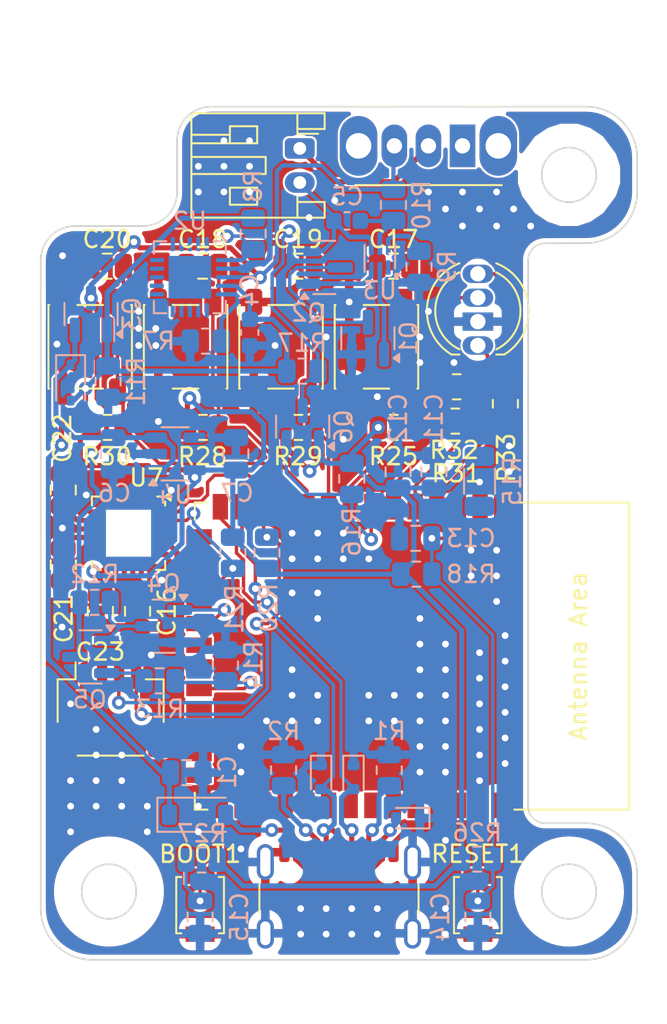
<source format=kicad_pcb>
(kicad_pcb (version 20240108) (generator "pcbnew") (generator_version "8.0")
  (layers (0 "F.Cu" signal) (31 "B.Cu" signal) (34 "B.Paste" user) (35 "F.Paste" user) (36 "B.SilkS" user "B.Silkscreen") (37 "F.SilkS" user "F.Silkscreen") (38 "B.Mask" user) (39 "F.Mask" user) (44 "Edge.Cuts" user))
  (net 0 "")
  (net 1 "BOOT")
  (net 2 "GND")
  (net 3 "Net-(BT1-+)")
  (net 4 "Net-(BT1--)")
  (net 5 "VBUS")
  (net 6 "+3.3V")
  (net 7 "Net-(U3-BAT)")
  (net 8 "Net-(D6-K)")
  (net 9 "CHIP_PU")
  (net 10 "Net-(U7-CPOUT)")
  (net 11 "SW_FN")
  (net 12 "SW_SLT")
  (net 13 "SW_UP")
  (net 14 "SW_DOWN")
  (net 15 "Net-(U7-REGOUT)")
  (net 16 "Net-(U7-VLOGIC)")
  (net 17 "Net-(D1-A2)")
  (net 18 "Net-(D7-RA)")
  (net 19 "Net-(D7-BA)")
  (net 20 "Net-(D7-GA)")
  (net 21 "SDA")
  (net 22 "SCL")
  (net 23 "Net-(Q1-G)")
  (net 24 "Net-(Q1-D)")
  (net 25 "Net-(Q2-G)")
  (net 26 "+BATT")
  (net 27 "Net-(Q4-D)")
  (net 28 "BATT_READ_EN")
  (net 29 "Net-(Q5-S)")
  (net 30 "CHRG_5V")
  (net 31 "CHRG")
  (net 32 "Net-(U2-PROG)")
  (net 33 "Net-(U3-V-)")
  (net 34 "BATT_READ")
  (net 35 "Net-(U5-3V3)")
  (net 36 "LED_RED")
  (net 37 "LED_GREEN")
  (net 38 "LED_BLUE")
  (net 65 "DN")
  (net 66 "DP")
  (net 79 "Net-(J1-CC2)")
  (net 81 "Net-(J1-CC1)")
  (footprint "Button_Switch_SMD:SW_SPST_PTS647_Sx50" (layer "F.Cu") (at 28.75 34.075 90)
    (property "Reference" "SW_SLT1" (hide yes))
    (property "Value" "B3U-1000P")
  )
  (footprint "Resistor_SMD:R_0805_2012Metric" (layer "F.Cu") (at 40.97 38.8 180)
    (property "Reference" "R25")
    (property "Value" "10k")
  )
  (footprint "Resistor_SMD:R_0805_2012Metric" (layer "F.Cu") (at 47.515 37.4125 -90)
    (property "Reference" "R33")
    (property "Value" "10")
  )
  (footprint "Button_Switch_SMD:SW_SPST_PTS647_Sx50" (layer "F.Cu") (at 23.15 34.075 90)
    (property "Reference" "SW_DOWN1" (hide yes))
    (property "Value" "B3U-1000P")
  )
  (footprint "Button_Switch_THT:SW_Slide_SPDT_Angled_CK_OS102011MA1Q" (layer "F.Cu") (at 45 22.3 180)
    (property "Reference" "SW1" (hide yes))
    (property "Value" "SW_SPDT")
  )
  (footprint "Capacitor_SMD:C_0805_2012Metric" (layer "F.Cu") (at 21.57 42.47 90)
    (property "Reference" "C22")
    (property "Value" "10nF/16V")
  )
  (footprint "Sensor_Motion:InvenSense_QFN-24_4x4mm_P0.5mm" (layer "F.Cu") (at 25.4 45 -90)
    (property "Reference" "U7")
    (property "Value" "MPU-6050")
  )
  (footprint "Capacitor_SMD:C_0805_2012Metric" (layer "F.Cu") (at 24.15 29.35)
    (property "Reference" "C20")
    (property "Value" "0.1uF/50V(10%)")
  )
  (footprint "Button_Switch_SMD:SW_SPST_PTS647_Sx50" (layer "F.Cu") (at 39.95 34.075 90)
    (property "Reference" "SW_FN1" (hide yes))
    (property "Value" "B3U-1000P")
  )
  (footprint "Resistor_SMD:R_0805_2012Metric" (layer "F.Cu") (at 29.77 38.8 180)
    (property "Reference" "R28")
    (property "Value" "10k")
  )
  (footprint "Connector_JST:JST_PH_S2B-PH-K_1x02_P2.00mm_Horizontal" (layer "F.Cu") (at 35.45 22.45 -90)
    (property "Reference" "BT1" (hide yes))
    (property "Value" "LiPo 3.7V 600mAh")
  )
  (footprint "MyLibrary:LED_D5.0mm-4_RKGB" (layer "F.Cu") (at 45.9 33.875 90)
    (property "Reference" "D7" (hide yes))
    (property "Value" "LED_RKGB")
  )
  (footprint "Resistor_SMD:R_0805_2012Metric" (layer "F.Cu") (at 24.17 38.8 180)
    (property "Reference" "R30")
    (property "Value" "10k")
  )
  (footprint "Capacitor_SMD:C_0805_2012Metric" (layer "F.Cu") (at 23.75 49.575 -90)
    (property "Reference" "C23")
    (property "Value" "100nF/16V")
  )
  (footprint "Button_Switch_SMD:SW_SPST_PTS647_Sx50" (layer "F.Cu") (at 34.35 34.075 90)
    (property "Reference" "SW_UP1" (hide yes))
    (property "Value" "B3U-1000P")
  )
  (footprint "Capacitor_SMD:C_0805_2012Metric" (layer "F.Cu") (at 21.575 46.85 -90)
    (property "Reference" "C21")
    (property "Value" "100nF/16V")
  )
  (footprint "Capacitor_SMD:C_0805_2012Metric" (layer "F.Cu") (at 29.75 29.35)
    (property "Reference" "C18")
    (property "Value" "0.1uF/50V(10%)")
  )
  (footprint "Button_Switch_SMD:SW_SPST_B3U-1000P" (layer "F.Cu") (at 45.9 66.8 90)
    (property "Reference" "RESET1")
    (property "Value" "B3U-1000P")
  )
  (footprint "Connector_JST:JST_SH_SM04B-SRSS-TB_1x04-1MP_P1.00mm_Horizontal" (layer "F.Cu") (at 24.35 55.35)
    (property "Reference" "J2" (hide yes))
    (property "Value" "JST SH1.0")
  )
  (footprint "Capacitor_SMD:C_0805_2012Metric" (layer "F.Cu") (at 35.35 29.35)
    (property "Reference" "C19")
    (property "Value" "0.1uF/50V(10%)")
  )
  (footprint "Button_Switch_SMD:SW_SPST_B3U-1000P" (layer "F.Cu") (at 29.6 66.8 90)
    (property "Reference" "BOOT1")
    (property "Value" "B3U-1000P")
  )
  (footprint "Resistor_SMD:R_0805_2012Metric" (layer "F.Cu") (at 35.37 38.8 180)
    (property "Reference" "R29")
    (property "Value" "10k")
  )
  (footprint "Capacitor_SMD:C_0805_2012Metric" (layer "F.Cu") (at 25.93 49.575 -90)
    (property "Reference" "C16")
    (property "Value" "2n2F/16V")
  )
  (footprint "Connector_USB:USB_C_Receptacle_GCT_USB4105-xx-A_16P_TopMnt_Horizontal" (layer "F.Cu") (at 37.75 67.375)
    (property "Reference" "J1" (hide yes))
    (property "Value" "USB_C_Receptacle_USB2.0_16P")
  )
  (footprint "Resistor_SMD:R_0805_2012Metric" (layer "F.Cu") (at 44.6625 36.42)
    (property "Reference" "R32")
    (property "Value" "33")
  )
  (footprint "Resistor_SMD:R_0805_2012Metric" (layer "F.Cu") (at 44.5775 38.43 180)
    (property "Reference" "R31")
    (property "Value" "150")
  )
  (footprint "Capacitor_SMD:C_0805_2012Metric" (layer "F.Cu") (at 40.95 29.35)
    (property "Reference" "C17")
    (property "Value" "0.1uF/50V(10%)")
  )
  (footprint "PCM_Espressif:ESP32-S3-WROOM-1" (layer "F.Cu") (at 39.04 52.2 -90)
    (property "Reference" "U5" (hide yes))
    (property "Value" "ESP32-S3-WROOM-1")
  )
  (footprint "Package_TO_SOT_SMD:SOT-23" (layer "B.Cu") (at 23.2 32.1625 90)
    (property "Reference" "Q3")
    (property "Value" "AO3401A")
  )
  (footprint "Package_TO_SOT_SMD:SOT-23" (layer "B.Cu") (at 35.62 38.75 90)
    (property "Reference" "Q6")
    (property "Value" "BSS138")
  )
  (footprint "Resistor_SMD:R_0805_2012Metric" (layer "B.Cu") (at 40.946708 25.763955 90)
    (property "Reference" "R10")
    (property "Value" "330")
  )
  (footprint "Package_TO_SOT_SMD:SOT-23" (layer "B.Cu") (at 27.4625 50.45 180)
    (property "Reference" "Q4")
    (property "Value" "AO3400A")
  )
  (footprint "Package_DFN_QFN:QFN-20-1EP_4x4mm_P0.5mm_EP2.5x2.5mm" (layer "B.Cu") (at 29 30 180)
    (property "Reference" "U2")
    (property "Value" "MCP73831")
  )
  (footprint "Capacitor_SMD:C_0603_1608Metric" (layer "B.Cu") (at 38.225 26.7 180)
    (property "Reference" "C5")
    (property "Value" "0.1uF/16V")
  )
  (footprint "Resistor_SMD:R_0805_2012Metric" (layer "B.Cu") (at 33.519687 46.147499 90)
    (property "Reference" "R20")
    (property "Value" "2k2")
  )
  (footprint "Capacitor_SMD:C_0805_2012Metric" (layer "B.Cu") (at 42.25 45.3 180)
    (property "Reference" "C13")
    (property "Value" "1uF/16V(10%)")
  )
  (footprint "Package_TO_SOT_SMD:SOT-23" (layer "B.Cu") (at 23.175 52.25 180)
    (property "Reference" "Q5")
    (property "Value" "AO3401A")
  )
  (footprint "Capacitor_SMD:C_0805_2012Metric" (layer "B.Cu") (at 41.220926 41.3994 90)
    (property "Reference" "C12")
    (property "Value" "100nF/50V(10%)")
  )
  (footprint "Resistor_SMD:R_0805_2012Metric" (layer "B.Cu") (at 29.6875 64.15)
    (property "Reference" "R27")
    (property "Value" "10k")
  )
  (footprint "Resistor_SMD:R_0805_2012Metric" (layer "B.Cu") (at 32.7125 27.45 -90)
    (property "Reference" "R8")
    (property "Value" "2k")
  )
  (footprint "Resistor_SMD:R_0805_2012Metric" (layer "B.Cu") (at 38.5 41.8125 90)
    (property "Reference" "R16")
    (property "Value" "10k")
  )
  (footprint "Resistor_SMD:R_0805_2012Metric" (layer "B.Cu") (at 23.4125 49.05 180)
    (property "Reference" "R12")
    (property "Value" "10k")
  )
  (footprint "Package_TO_SOT_SMD:SOT-23" (layer "B.Cu") (at 39.446708 33.576455 90)
    (property "Reference" "Q1")
    (property "Value" "AO3400A")
  )
  (footprint "Resistor_SMD:R_0805_2012Metric" (layer "B.Cu") (at 35.6 35.5 180)
    (property "Reference" "R17")
    (property "Value" "10k")
  )
  (footprint "Resistor_SMD:R_0805_2012Metric" (layer "B.Cu") (at 40.7 58.8875 -90)
    (property "Reference" "R1")
    (property "Value" "5k1")
  )
  (footprint "Package_SON:WSON-6_1.5x1.5mm_P0.5mm" (layer "B.Cu") (at 40.146708 28.901455 90)
    (property "Reference" "U3")
    (property "Value" "BQ297xy")
  )
  (footprint "Diode_SMD:D_SOD-323" (layer "B.Cu") (at 22 36.175 -90)
    (property "Reference" "D6" (hide yes))
    (property "Value" "BAT20J")
  )
  (footprint "Capacitor_SMD:C_0805_2012Metric" (layer "B.Cu") (at 45.9 67.5 90)
    (property "Reference" "C14")
    (property "Value" "0.1uF/50V(10%)")
  )
  (footprint "Capacitor_SMD:C_0805_2012Metric" (layer "B.Cu") (at 31.7 40.35 90)
    (property "Reference" "C7")
    (property "Value" "1uF/16V")
  )
  (footprint "Package_TO_SOT_SMD:SOT-23" (layer "B.Cu") (at 36.891423 29.425062)
    (property "Reference" "Q2")
    (property "Value" "AO3400A")
  )
  (footprint "Resistor_SMD:R_0805_2012Metric" (layer "B.Cu") (at 29.932612 33.741702 180)
    (property "Reference" "R7")
    (property "Value" "2k")
  )
  (footprint "Capacitor_SMD:C_0805_2012Metric" (layer "B.Cu") (at 43.320926 41.3994 90)
    (property "Reference" "C11")
    (property "Value" "10uF/25V")
  )
  (footprint "Capacitor_SMD:C_0805_2012Metric" (layer "B.Cu") (at 28.818627 59.030962)
    (property "Reference" "C1")
    (property "Value" "10uF/16V")
  )
  (footprint "Resistor_SMD:R_1206_3216Metric" (layer "B.Cu") (at 46 41.9625 -90)
    (property "Reference" "R15")
    (property "Value" "0")
  )
  (footprint "Diode_SMD:D_SOD-523" (layer "B.Cu") (at 38.6 59.3 -90)
    (property "Reference" "D3" (hide yes))
    (property "Value" "LESD5D5.0CT1G")
  )
  (footprint "Capacitor_SMD:C_0805_2012Metric" (layer "B.Cu") (at 29.6 67.5 90)
    (property "Reference" "C15")
    (property "Value" "0.1uF/50V(10%)")
  )
  (footprint "Diode_SMD:D_SOD-123" (layer "B.Cu") (at 29.45 61.5)
    (property "Reference" "D4" (hide yes))
    (property "Value" "1N5819")
  )
  (footprint "Resistor_SMD:R_0805_2012Metric" (layer "B.Cu") (at 31.09 52.7425 90)
    (property "Reference" "R14")
    (property "Value" "22k")
  )
  (footprint "Resistor_SMD:R_0805_2012Metric" (layer "B.Cu") (at 31.519687 46.147499 90)
    (property "Reference" "R21")
    (property "Value" "2k2")
  )
  (footprint "Capacitor_SMD:C_0805_2012Metric" (layer "B.Cu") (at 24.5 40.35 -90)
    (property "Reference" "C6")
    (property "Value" "1uF/16V")
  )
  (footprint "Resistor_SMD:R_0805_2012Metric" (layer "B.Cu") (at 42.2875 47.4 180)
    (property "Reference" "R18")
    (property "Value" "10k")
  )
  (footprint "Package_TO_SOT_SMD:SOT-23-5" (layer "B.Cu") (at 28.1375 40.35)
    (property "Reference" "U4")
    (property "Value" "AP2112K-3.3")
  )
  (footprint "Capacitor_SMD:C_0603_1608Metric" (layer "B.Cu") (at 32.5125 33.2375 -90)
    (property "Reference" "C4")
    (property "Value" "1uF/16V(10%)")
  )
  (footprint "Diode_SMD:D_SOD-523" (layer "B.Cu") (at 36.7 59.3 -90)
    (property "Reference" "D2" (hide yes))
    (property "Value" "LESD5D5.0CT1G")
  )
  (footprint "Resistor_SMD:R_0805_2012Metric" (layer "B.Cu") (at 42.446708 29.388955 90)
    (property "Reference" "R9")
    (property "Value" "2k2")
  )
  (footprint "Resistor_SMD:R_0805_2012Metric" (layer "B.Cu") (at 45.8625 64.1 180)
    (property "Reference" "R26")
    (property "Value" "10k")
  )
  (footprint "Resistor_SMD:R_0805_2012Metric" (layer "B.Cu") (at 27.225 53.65)
    (property "Reference" "R13")
    (property "Value" "6k")
  )
  (footprint "Diode_SMD:D_SOD-523" (layer "B.Cu") (at 41.8 61.7 180)
    (property "Reference" "D1" (hide yes))
    (property "Value" "LESD5D5.0CT1G")
  )
  (footprint "Resistor_SMD:R_0805_2012Metric" (layer "B.Cu") (at 34.5 58.8875 -90)
    (property "Reference" "R2")
    (property "Value" "5k1")
  )
  (footprint "Resistor_SMD:R_0805_2012Metric" (layer "B.Cu") (at 24.2 36.1125 90)
    (property "Reference" "R11")
    (property "Value" "10k")
  )
  (gr_circle (center 51.25 24) (end 52.85 24) (stroke (width 0.1)) (fill none) (layer "Edge.Cuts"))
  (gr_line (start 20.25 29) (end 20.25 67) (stroke (width 0.1)) (layer "Edge.Cuts"))
  (gr_arc (start 52.25 20) (mid 54.37132 20.87868) (end 55.25 23) (stroke (width 0.1)) (layer "Edge.Cuts"))
  (gr_arc (start 55.25 25) (mid 54.37132 27.12132) (end 52.25 28) (stroke (width 0.1)) (layer "Edge.Cuts"))
  (gr_arc (start 20.25 29) (mid 20.835786 27.585786) (end 22.25 27) (stroke (width 0.1)) (layer "Edge.Cuts"))
  (gr_arc (start 23.25 70) (mid 21.12868 69.12132) (end 20.25 67) (stroke (width 0.1)) (layer "Edge.Cuts"))
  (gr_arc (start 49.85 62) (mid 49.142893 61.707107) (end 48.85 61) (stroke (width 0.1)) (layer "Edge.Cuts"))
  (gr_line (start 23.25 70) (end 52.25 70) (stroke (width 0.1)) (layer "Edge.Cuts"))
  (gr_line (start 26.25 27) (end 22.25 27) (stroke (width 0.1)) (layer "Edge.Cuts"))
  (gr_circle (center 51.25 66) (end 52.85 66) (stroke (width 0.1)) (fill none) (layer "Edge.Cuts"))
  (gr_line (start 55.25 65) (end 55.25 67) (stroke (width 0.1)) (layer "Edge.Cuts"))
  (gr_arc (start 28.25 22) (mid 28.835786 20.585786) (end 30.25 20) (stroke (width 0.1)) (layer "Edge.Cuts"))
  (gr_arc (start 52.25 62) (mid 54.37132 62.87868) (end 55.25 65) (stroke (width 0.1)) (layer "Edge.Cuts"))
  (gr_line (start 28.25 22) (end 28.25 25) (stroke (width 0.1)) (layer "Edge.Cuts"))
  (gr_line (start 48.85 29.007107) (end 48.85 61) (stroke (width 0.1)) (layer "Edge.Cuts"))
  (gr_line (start 49.85 28.007107) (end 52.25 28) (stroke (width 0.1)) (layer "Edge.Cuts"))
  (gr_line (start 49.85 62) (end 52.25 62) (stroke (width 0.1)) (layer "Edge.Cuts"))
  (gr_line (start 55.25 23) (end 55.25 25) (stroke (width 0.1)) (layer "Edge.Cuts"))
  (gr_arc (start 48.85 29.007107) (mid 49.142893 28.3) (end 49.85 28.007107) (stroke (width 0.1)) (layer "Edge.Cuts"))
  (gr_line (start 52.25 20) (end 30.25 20) (stroke (width 0.1)) (layer "Edge.Cuts"))
  (gr_circle (center 24.25 66) (end 22.65 66) (stroke (width 0.1)) (fill none) (layer "Edge.Cuts"))
  (gr_arc (start 55.25 67) (mid 54.37132 69.12132) (end 52.25 70) (stroke (width 0.1)) (layer "Edge.Cuts"))
  (gr_arc (start 28.25 25) (mid 27.664214 26.414214) (end 26.25 27) (stroke (width 0.1)) (layer "Edge.Cuts"))
  (segment (start 30.79 63.91) (end 29.6 65.1) (width 0.2) (layer "F.Cu") (net 1))
  (segment (start 29.6 65.1) (end 29.6 66.55) (width 0.2) (layer "F.Cu") (net 1))
  (segment (start 30.79 60.95) (end 30.79 63.91) (width 0.2) (layer "F.Cu") (net 1))
  (via (at 29.6 66.55) (size 0.8) (drill 0.4) (layers "F.Cu" "B.Cu") (net 1))
  (segment (start 29.6 66.55) (end 28.775 65.725) (width 0.2) (layer "B.Cu") (net 1))
  (segment (start 28.775 65.725) (end 28.775 64.15) (width 0.2) (layer "B.Cu") (net 1))
  (segment (start 41.771669 62.34) (end 42.15 62.34) (width 0.3) (layer "F.Cu") (net 2))
  (segment (start 41.060835 63.050834) (end 41.771669 62.34) (width 0.3) (layer "F.Cu") (net 2))
  (segment (start 23.45 45.75) (end 22.87 45.75) (width 0.3) (layer "F.Cu") (net 2))
  (segment (start 22.87 45.75) (end 22.65 45.97) (width 0.3) (layer "F.Cu") (net 2))
  (segment (start 22.65 46.725) (end 21.575 47.8) (width 0.3) (layer "F.Cu") (net 2))
  (segment (start 22.65 45.97) (end 22.65 46.725) (width 0.3) (layer "F.Cu") (net 2))
  (segment (start 40.95 63.161669) (end 41.060835 63.050834) (width 0.3) (layer "F.Cu") (net 2))
  (segment (start 40.95 63.695) (end 40.95 63.161669) (width 0.3) (layer "F.Cu") (net 2))
  (via (at 44 53) (size 0.8) (drill 0.4) (layers "F.Cu" "B.Cu") (net 2))
  (via (at 46 58) (size 0.8) (drill 0.4) (layers "F.Cu" "B.Cu") (net 2))
  (via (at 47 25) (size 0.8) (drill 0.4) (layers "F.Cu" "B.Cu") (net 2))
  (via (at 35 54.5) (size 0.8) (drill 0.4) (layers "F.Cu" "B.Cu") (net 2))
  (via (at 42.5 54.5) (size 0.8) (drill 0.4) (layers "F.Cu" "B.Cu") (net 2))
  (via (at 36 26.5) (size 0.8) (drill 0.4) (layers "F.Cu" "B.Cu") (net 2))
  (via (at 38 45) (size 0.8) (drill 0.4) (layers "F.Cu" "B.Cu") (net 2))
  (via (at 34 34) (size 0.8) (drill 0.4) (layers "F.Cu" "B.Cu") (net 2))
  (via (at 31 22) (size 0.8) (drill 0.4) (layers "F.Cu" "B.Cu") (net 2))
  (via (at 22 59.5) (size 0.8) (drill 0.4) (layers "F.Cu" "B.Cu") (net 2))
  (via (at 32.5 25) (size 0.8) (drill 0.4) (layers "F.Cu" "B.Cu") (net 2))
  (via (at 27 34) (size 0.8) (drill 0.4) (layers "F.Cu" "B.Cu") (net 2))
  (via (at 25 58) (size 0.8) (drill 0.4) (layers "F.Cu" "B.Cu") (net 2))
  (via (at 25 59.5) (size 0.8) (drill 0.4) (layers "F.Cu" "B.Cu") (net 2))
  (via (at 43 25) (size 0.8) (drill 0.4) (layers "F.Cu" "B.Cu") (net 2))
  (via (at 27.91 42.48) (size 0.8) (drill 0.4) (layers "F.Cu" "B.Cu") (net 2))
  (via (at 22 62.5) (size 0.8) (drill 0.4) (layers "F.Cu" "B.Cu") (net 2))
  (via (at 42.5 56) (size 0.8) (drill 0.4) (layers "F.Cu" "B.Cu") (net 2))
  (via (at 26 33) (size 0.8) (drill 0.4) (layers "F.Cu" "B.Cu") (net 2))
  (via (at 44 57.5) (size 0.8) (drill 0.4) (layers "F.Cu" "B.Cu") (net 2))
  (via (at 32 57.5) (size 0.8) (drill 0.4) (layers "F.Cu" "B.Cu") (net 2))
  (via (at 35.5 67) (size 0.8) (drill 0.4) (layers "F.Cu" "B.Cu") (net 2))
  (via (at 47.74 39.89) (size 0.8) (drill 0.4) (layers "F.Cu" "B.Cu") (net 2))
  (via (at 35 46.5) (size 0.8) (drill 0.4) (layers "F.Cu" "B.Cu") (net 2))
  (via (at 42.5 51.5) (size 0.8) (drill 0.4) (layers "F.Cu" "B.Cu") (net 2))
  (via (at 38.5 68.5) (size 0.8) (drill 0.4) (layers "F.Cu" "B.Cu") (net 2))
  (via (at 47.5 57) (size 0.8) (drill 0.4) (layers "F.Cu" "B.Cu") (net 2))
  (via (at 42.5 57.5) (size 0.8) (drill 0.4) (layers "F.Cu" "B.Cu") (net 2))
  (via (at 45.5 47.5) (size 0.8) (drill 0.4) (layers "F.Cu" "B.Cu") (net 2))
  (via (at 26 32) (size 0.8) (drill 0.4) (layers "F.Cu" "B.Cu") (net 2))
  (via (at 44 26) (size 0.8) (drill 0.4) (layers "F.Cu" "B.Cu") (net 2))
  (via (at 32.5 23.5) (size 0.8) (drill 0.4) (layers "F.Cu" "B.Cu") (net 2))
  (via (at 46 53.5) (size 0.8) (drill 0.4) (layers "F.Cu" "B.Cu") (net 2))
  (via (at 47.74 41.39) (size 0.8) (drill 0.4) (layers "F.Cu" "B.Cu") (net 2))
  (via (at 22 61) (size 0.8) (drill 0.4) (layers "F.Cu" "B.Cu") (net 2))
  (via (at 33.5 56) (size 0.8) (drill 0.4) (layers "F.Cu" "B.Cu") (net 2))
  (via (at 35 53) (size 0.8) (drill 0.4) (layers "F.Cu" "B.Cu") (net 2))
  (via (at 38 39.5) (size 0.8) (drill 0.4) (layers "F.Cu" "B.Cu") (net 2))
  (via (at 23.5 61) (size 0.8) (drill 0.4) (layers "F.Cu" "B.Cu") (net 2))
  (via (at 32 59) (size 0.8) (drill 0.4) (layers "F.Cu" "B.Cu") (net 2))
  (via (at 36.5 46.5) (size 0.8) (drill 0.4) (layers "F.Cu" "B.Cu") (net 2))
  (via (at 47.5 51) (size 0.8) (drill 0.4) (layers "F.Cu" "B.Cu") (net 2))
  (via (at 40 67) (size 0.8) (drill 0.4) (layers "F.Cu" "B.Cu") (net 2))
  (via (at 47 47.5) (size 0.8) (drill 0.4) (layers "F.Cu" "B.Cu") (net 2))
  (via (at 39.5 46.5) (size 0.8) (drill 0.4) (layers "F.Cu" "B.Cu") (net 2))
  (via (at 40 37) (size 0.8) (drill 0.4) (layers "F.Cu" "B.Cu") (net 2))
  (via (at 22 55) (size 0.8) (drill 0.4) (layers "F.Cu" "B.Cu") (net 2))
  (via (at 35 45) (size 0.8) (drill 0.4) (layers "F.Cu" "B.Cu") (net 2))
  (via (at 36.5 54.5) (size 0.8) (drill 0.4) (layers "F.Cu" "B.Cu") (net 2))
  (via (at 23.5 56.5) (size 0.8) (drill 0.4) (layers "F.Cu" "B.Cu") (net 2))
  (via (at 25 61) (size 0.8) (drill 0.4) (layers "F.Cu" "B.Cu") (net 2))
  (via (at 31 23.5) (size 0.8) (drill 0.4) (layers "F.Cu" "B.Cu") (net 2))
  (via (at 44 56) (size 0.8) (drill 0.4) (layers "F.Cu" "B.Cu") (net 2))
  (via (at 26.73 52.14) (size 0.8) (drill 0.4) (layers "F.Cu" "B.Cu") (net 2))
  (via (at 44 63) (size 0.8) (drill 0.4) (layers "F.Cu" "B.Cu") (net 2))
  (via (at 44 51.5) (size 0.8) (drill 0.4) (layers "F.Cu" "B.Cu") (net 2))
  (via (at 21.5 50.5) (size 0.8) (drill 0.4) (layers "F.Cu" "B.Cu") (net 2))
  (via (at 39.5 54.5) (size 0.8) (drill 0.4) (layers "F.Cu" "B.Cu") (net 2))
  (via (at 46 59.5) (size 0.8) (drill 0.4) (layers "F.Cu" "B.Cu") (net 2))
  (via (at 42.5 33.5) (size 0.8) (drill 0.4) (layers "F.Cu" "B.Cu") (net 2))
  (via (at 41 54.5) (size 0.8) (drill 0.4) (layers "F.Cu" "B.Cu") (net 2))
  (via (at 45.5 46) (size 0.8) (drill 0.4) (layers "F.Cu" "B.Cu") (net 2))
  (via (at 21.2 33.92) (size 0.8) (drill 0.4) (layers "F.Cu" "B.Cu") (net 2))
  (via (at 29.5 25) (size 0.8) (drill 0.4) (layers "F.Cu" "B.Cu") (net 2))
  (via (at 32.5 22) (size 0.8) (drill 0.4) (layers "F.Cu" "B.Cu") (net 2))
  (via (at 42.5 53) (size 0.8) (drill 0.4) (layers "F.Cu" "B.Cu") (net 2))
  (via (at 35 48.5) (size 0.8) (drill 0.4) (layers "F.Cu" "B.Cu") (net 2))
  (via (at 40 68.5) (size 0.8) (drill 0.4) (layers "F.Cu" "B.Cu") (net 2))
  (via (at 47.5 58.5) (size 0.8) (drill 0.4) (layers "F.Cu" "B.Cu") (net 2))
  (via (at 29.5 62.5) (size 0.8) (drill 0.4) (layers "F.Cu" "B.Cu") (net 2))
  (via (at 45 27) (size 0.8) (drill 0.4) (layers "F.Cu" "B.Cu") (net 2))
  (via (at 36.5 48.5) (size 0.8) (drill 0.4) (layers "F.Cu" "B.Cu") (net 2))
  (via (at 45 25) (size 0.8) (drill 0.4) (layers "F.Cu" "B.Cu") (net 2))
  (via (at 46 52) (size 0.8) (drill 0.4) (layers "F.Cu" "B.Cu") (net 2))
  (via (at 31 25) (size 0.8) (drill 0.4) (layers "F.Cu" "B.Cu") (net 2))
  (via (at 47 49) (size 0.8) (drill 0.4) (layers "F.Cu" "B.Cu") (net 2))
  (via (at 21.53 28.74) (size 0.8) (drill 0.4) (layers "F.Cu" "B.Cu") (net 2))
  (via (at 29.5 23.5) (size 0.8) (drill 0.4) (layers "F.Cu" "B.Cu") (net 2))
  (via (at 27.35 47.75) (size 0.8) (drill 0.4) (layers "F.Cu" "B.Cu") (net 2))
  (via (at 47 46) (size 0.8) (drill 0.4) (layers "F.Cu" "B.Cu") (net 2))
  (via (at 47.5 52.5) (size 0.8) (drill 0.4) (layers "F.Cu" "B.Cu") (net 2))
  (via (at 43 32) (size 0.8) (drill 0.4) (layers "F.Cu" "B.Cu") (net 2))
  (via (at 44 54.5) (size 0.8) (drill 0.4) (layers "F.Cu" "B.Cu") (net 2))
  (via (at 23.5 59.5) (size 0.8) (drill 0.4) (layers "F.Cu" "B.Cu") (net 2))
  (via (at 26 34) (size 0.8) (drill 0.4) (layers "F.Cu" "B.Cu") (net 2))
  (via (at 26.5 61) (size 0.8) (drill 0.4) (layers "F.Cu" "B.Cu") (net 2))
  (via (at 37.5 25.5) (size 0.8) (drill 0.4) (layers "F.Cu" "B.Cu") (net 2))
  (via (at 46 42) (size 0.8) (drill 0.4) (layers "F.Cu" "B.Cu") (net 2))
  (via (at 35.5 68.5) (size 0.8) (drill 0.4) (layers "F.Cu" "B.Cu") (net 2))
  (via (at 27 33) (size 0.8) (drill 0.4) (layers "F.Cu" "B.Cu") (net 2))
  (via (at 46 55) (size 0.8) (drill 0.4) (layers "F.Cu" "B.Cu") (net 2))
  (via (at 26.5 62.5) (size 0.8) (drill 0.4) (layers "F.Cu" "B.Cu") (net 2))
  (via (at 42.5 35) (size 0.8) (drill 0.4) (layers "F.Cu" "B.Cu") (net 2))
  (via (at 36.5 45) (size 0.8) (drill 0.4) (layers "F.Cu" "B.Cu") (net 2))
  (via (at 41 56) (size 0.8) (drill 0.4) (layers "F.Cu" "B.Cu") (net 2))
  (via (at 36.5 56) (size 0.8) (drill 0.4) (layers "F.Cu" "B.Cu") (net 2))
  (via (at 27.15 38.45) (size 0.8) (drill 0.4) (layers "F.Cu" "B.Cu") (net 2))
  (via (at 49 27) (size 0.8) (drill 0.4) (layers "F.Cu" "B.Cu") (net 2))
  (via (at 44 68.5) (size 0.8) (drill 0.4) (layers "F.Cu" "B.Cu") (net 2))
  (via (at 46 56.5) (size 0.8) (drill 0.4) (layers "F.Cu" "B.Cu") (net 2))
  (via (at 47.5 55.5) (size 0.8) (drill 0.4) (layers "F.Cu" "B.Cu") (net 2))
  (via (at 44 59) (size 0.8) (drill 0.4) (layers "F.Cu" "B.Cu") (net 2))
  (via (at 32 63.5) (size 0.8) (drill 0.4) (layers "F.Cu" "B.Cu") (net 2))
  (via (at 39.5 56) (size 0.8) (drill 0.4) (layers "F.Cu" "B.Cu") (net 2))
  (via (at 42.5 59) (size 0.8) (drill 0.4) (layers "F.Cu" "B.Cu") (net 2))
  (via (at 42.5 50) (size 0.8) (drill 0.4) (layers "F.Cu" "B.Cu") (net 2))
  (via (at 22.92 42.76) (size 0.8) (drill 0.4) (layers "F.Cu" "B.Cu") (net 2))
  (via (at 47.5 54) (size 0.8) (drill 0.4) (layers "F.Cu" "B.Cu") (net 2))
  (via (at 38 46.5) (size 0.8) (drill 0.4) (layers "F.Cu" "B.Cu") (net 2))
  (via (at 21.52 44.7) (size 0.8) (drill 0.4) (layers "F.Cu" "B.Cu") (net 2))
  (via (at 36.5 50) (size 0.8) (drill 0.4) (layers "F.Cu" "B.Cu") (net 2))
  (via (at 29.5 61) (size 0.8) (drill 0.4) (layers "F.Cu" "B.Cu") (net 2))
  (via (at 48 26) (size 0.8) (drill 0.4) (layers "F.Cu" "B.Cu") (net 2))
  (via (at 35 56) (size 0.8) (drill 0.4) (layers "F.Cu" "B.Cu") (net 2))
  (via (at 44 67) (size 0.8) (drill 0.4) (layers "F.Cu" "B.Cu") (net 2))
  (via (at 37 33.5) (size 0.8) (drill 0.4) (layers "F.Cu" "B.Cu") (net 2))
  (via (at 37 68.5) (size 0.8) (drill 0.4) (layers "F.Cu" "B.Cu") (net 2))
  (via (at 38.5 67) (size 0.8) (drill 0.4) (layers "F.Cu" "B.Cu") (net 2))
  (via (at 44.5 35) (size 0.8) (drill 0.4) (layers "F.Cu" "B.Cu") (net 2))
  (via (at 46 26) (size 0.8) (drill 0.4) (layers "F.Cu" "B.Cu") (net 2))
  (via (at 23.5 58) (size 0.8) (drill 0.4) (layers "F.Cu" "B.Cu") (net 2))
  (via (at 47 27) (size 0.8) (drill 0.4) (layers "F.Cu" "B.Cu") (net 2))
  (via (at 38.35 31.45) (size 0.8) (drill 0.4) (layers "F.Cu" "B.Cu") (net 2))
  (via (at 37 67) (size 0.8) (drill 0.4) (layers "F.Cu" "B.Cu") (net 2))
  (segment (start 40.955635 24.4) (end 43 22.355635) (width 0.3) (layer "F.Cu") (net 3))
  (segment (start 43 22.355635) (end 43 22.3) (width 0.3) (layer "F.Cu") (net 3))
  (segment (start 37.4 24.4) (end 40.955635 24.4) (width 0.3) (layer "F.Cu") (net 3))
  (segment (start 35.45 22.45) (end 37.4 24.4) (width 0.3) (layer "F.Cu") (net 3))
  (segment (start 37.45 27.82) (end 37.45 26.7) (width 0.25) (layer "B.Cu") (net 4))
  (segment (start 39.646708 28.326455) (end 39.646708 27.796708) (width 0.28) (layer "B.Cu") (net 4))
  (segment (start 39.646708 27.796708) (end 39.49 27.64) (width 0.28) (layer "B.Cu") (net 4))
  (segment (start 39.49 27.64) (end 38.39 27.64) (width 0.28) (layer "B.Cu") (net 4))
  (segment (start 35.953923 28.475062) (end 36.794938 28.475062) (width 0.25) (layer "B.Cu") (net 4))
  (segment (start 38.39 27.64) (end 37.45 26.7) (width 0.28) (layer "B.Cu") (net 4))
  (segment (start 37.45 26.45) (end 37.45 26.7) (width 0.25) (layer "B.Cu") (net 4))
  (segment (start 35.45 24.45) (end 37.45 26.45) (width 0.25) (layer "B.Cu") (net 4))
  (segment (start 36.794938 28.475062) (end 37.45 27.82) (width 0.25) (layer "B.Cu") (net 4))
  (segment (start 22.88 37.2) (end 22.88 36.52) (width 0.3) (layer "F.Cu") (net 5))
  (segment (start 21.47 39.83) (end 21.47 38.61) (width 0.3) (layer "F.Cu") (net 5))
  (segment (start 21.47 38.61) (end 22.88 37.2) (width 0.3) (layer "F.Cu") (net 5))
  (via (at 21.47 39.83) (size 0.8) (drill 0.4) (layers "F.Cu" "B.Cu") (net 5))
  (via (at 22.88 36.52) (size 0.8) (drill 0.4) (layers "F.Cu" "B.Cu") (net 5))
  (segment (start 32.7125 26.5375) (end 28.527404 26.5375) (width 0.3) (layer "B.Cu") (net 5))
  (segment (start 20.7 40.6) (end 20.7 52.362335) (width 0.3) (layer "B.Cu") (net 5))
  (segment (start 22.175 37.225) (end 24.2 35.2) (width 0.3) (layer "B.Cu") (net 5))
  (segment (start 27.368627 59.030962) (end 27.868627 59.030962) (width 0.3) (layer "B.Cu") (net 5))
  (segment (start 34.6875 35.5) (end 34.6875 33.2875) (width 0.3) (layer "B.Cu") (net 5))
  (segment (start 22 37.225) (end 22.175 37.225) (width 0.3) (layer "B.Cu") (net 5))
  (segment (start 32.5125 32.4625) (end 32.5125 31.299342) (width 0.25) (layer "B.Cu") (net 5))
  (segment (start 31.713158 30.5) (end 30.9375 30.5) (width 0.25) (layer "B.Cu") (net 5))
  (segment (start 24.15 33.1) (end 24.15 35.15) (width 0.3) (layer "B.Cu") (net 5))
  (segment (start 24.5 35.5) (end 24.2 35.2) (width 0.3) (layer "B.Cu") (net 5))
  (segment (start 24.15 35.15) (end 24.2 35.2) (width 0.3) (layer "B.Cu") (net 5))
  (segment (start 27.8 59.099589) (end 27.868627 59.030962) (width 0.3) (layer "B.Cu") (net 5))
  (segment (start 24.15 30.914904) (end 24.15 33.1) (width 0.3) (layer "B.Cu") (net 5))
  (segment (start 33.8625 32.4625) (end 32.5125 32.4625) (width 0.3) (layer "B.Cu") (net 5))
  (segment (start 27.8 61.5) (end 27.8 59.099589) (width 0.3) (layer "B.Cu") (net 5))
  (segment (start 21.47 39.83) (end 20.7 40.6) (width 0.3) (layer "B.Cu") (net 5))
  (segment (start 34.6875 33.2875) (end 33.8625 32.4625) (width 0.3) (layer "B.Cu") (net 5))
  (segment (start 34.6875 35.5) (end 24.5 35.5) (width 0.3) (layer "B.Cu") (net 5))
  (segment (start 32.5125 31.299342) (end 31.713158 30.5) (width 0.25) (layer "B.Cu") (net 5))
  (segment (start 20.7 52.362335) (end 27.368627 59.030962) (width 0.3) (layer "B.Cu") (net 5))
  (segment (start 28.527404 26.5375) (end 24.15 30.914904) (width 0.3) (layer "B.Cu") (net 5))
  (segment (start 28.8575 38.8) (end 28.8575 37.2025) (width 0.3) (layer "F.Cu") (net 6))
  (segment (start 36.03 41.36) (end 34.4575 39.7875) (width 0.3) (layer "F.Cu") (net 6))
  (segment (start 34.4575 39.7875) (end 34.4575 38.8) (width 0.3) (layer "F.Cu") (net 6))
  (segment (start 22.969646 41.04) (end 22.571312 40.641666) (width 0.3) (layer "F.Cu") (net 6))
  (segment (start 23.32 47.24) (end 23.86 47.24) (width 0.3) (layer "F.Cu") (net 6))
  (segment (start 22.571312 40.641666) (end 22.571312 39.486188) (width 0.3) (layer "F.Cu") (net 6))
  (segment (start 22.85 53.35) (end 22.85 51.98) (width 0.3) (layer "F.Cu") (net 6))
  (segment (start 22.85 51.98) (end 22.675 51.805) (width 0.3) (layer "F.Cu") (net 6))
  (segment (start 22.675 51.805) (end 22.675 49.7) (width 0.3) (layer "F.Cu") (net 6))
  (segment (start 22.571312 39.486188) (end 23.2575 38.8) (width 0.3) (layer "F.Cu") (net 6))
  (segment (start 28.847 41.287) (end 26.807 41.287) (width 0.3) (layer "F.Cu") (net 6))
  (segment (start 23.32 47.24) (end 23.75 47.67) (width 0.3) (layer "F.Cu") (net 6))
  (segment (start 22.675 49.7) (end 23.75 48.625) (width 0.3) (layer "F.Cu") (net 6))
  (segment (start 26.56 41.04) (end 22.969646 41.04) (width 0.3) (layer "F.Cu") (net 6))
  (segment (start 26.807 41.287) (end 26.56 41.04) (width 0.3) (layer "F.Cu") (net 6))
  (segment (start 23.86 47.24) (end 24.15 46.95) (width 0.3) (layer "F.Cu") (net 6))
  (segment (start 23.75 47.67) (end 23.75 48.625) (width 0.3) (layer "F.Cu") (net 6))
  (segment (start 29.29 41.73) (end 28.847 41.287) (width 0.3) (layer "F.Cu") (net 6))
  (segment (start 28.8575 37.2025) (end 28.98 37.08) (width 0.3) (layer "F.Cu") (net 6))
  (via (at 40.0575 38.8) (size 0.8) (drill 0.4) (layers "F.Cu" "B.Cu") (net 6))
  (via (at 36.03 41.36) (size 0.8) (drill 0.4) (layers "F.Cu" "B.Cu") (net 6))
  (via (at 29.29 41.73) (size 0.8) (drill 0.4) (layers "F.Cu" "B.Cu") (net 6))
  (via (at 28.98 37.08) (size 0.8) (drill 0.4) (layers "F.Cu" "B.Cu") (net 6))
  (via (at 23.32 47.24) (size 0.8) (drill 0.4) (layers "F.Cu" "B.Cu") (net 6))
  (segment (start 33.859688 47.4) (end 33.519687 47.059999) (width 0.3) (layer "B.Cu") (net 6))
  (segment (start 44.95 50.717956) (end 41.632044 47.4) (width 0.3) (layer "B.Cu") (net 6))
  (segment (start 37.06 40.9) (end 36.57 40.41) (width 0.3) (layer "B.Cu") (net 6))
  (segment (start 32.6 37.88) (end 33.33 38.61) (width 0.3) (layer "B.Cu") (net 6))
  (segment (start 29.29 42.061666) (end 28.54 42.811666) (width 0.3) (layer "B.Cu") (net 6))
  (segment (start 31.519687 41.480313) (end 31.7 41.3) (width 0.3) (layer "B.Cu") (net 6))
  (segment (start 42.15 43.278474) (end 41.220926 42.3494) (width 0.3) (layer "B.Cu") (net 6))
  (segment (start 44.1506 42.3494) (end 46 40.5) (width 0.3) (layer "B.Cu") (net 6))
  (segment (start 36.57 40.41) (end 36.57 39.6875) (width 0.3) (layer "B.Cu") (net 6))
  (segment (start 33.519687 47.059999) (end 33.344687 47.059999) (width 0.3) (layer "B.Cu") (net 6))
  (segment (start 33.33 38.61) (end 33.33 40.58) (width 0.3) (layer "B.Cu") (net 6))
  (segment (start 38.5 40.3575) (end 40.0575 38.8) (width 0.3) (layer "B.Cu") (net 6))
  (segment (start 29.29 41.315) (end 29.275 41.3) (width 0.3) (layer "B.Cu") (net 6))
  (segment (start 36.57 40.82) (end 36.03 41.36) (width 0.3) (layer "B.Cu") (net 6))
  (segment (start 29.275 41.3) (end 31.7 41.3) (width 0.3) (layer "B.Cu") (net 6))
  (segment (start 41.220926 42.3494) (end 39.9494 42.3494) (width 0.3) (layer "B.Cu") (net 6))
  (segment (start 36.57 39.6875) (end 36.57 40.82) (width 0.3) (layer "B.Cu") (net 6))
  (segment (start 41.220926 42.3494) (end 43.320926 42.3494) (width 0.3) (layer "B.Cu") (net 6))
  (segment (start 28.98 37.08) (end 29.78 37.88) (width 0.3) (layer "B.Cu") (net 6))
  (segment (start 39.9494 42.3494) (end 38.5 40.9) (width 0.3) (layer "B.Cu") (net 6))
  (segment (start 32.61 41.3) (end 31.7 41.3) (width 0.3) (layer "B.Cu") (net 6))
  (segment (start 26.62 47.5) (end 23.58 47.5) (width 0.3) (layer "B.Cu") (net 6))
  (segment (start 29.78 37.88) (end 32.6 37.88) (width 0.3) (layer "B.Cu") (net 6))
  (segment (start 42.15 46.625) (end 42.15 43.278474) (width 0.3) (layer "B.Cu") (net 6))
  (segment (start 31.519687 45.234999) (end 31.519687 41.480313) (width 0.3) (layer "B.Cu") (net 6))
  (segment (start 41.375 47.4) (end 33.859688 47.4) (width 0.3) (layer "B.Cu") (net 6))
  (segment (start 44.95 64.1) (end 44.95 50.717956) (width 0.3) (layer "B.Cu") (net 6))
  (segment (start 28.54 45.58) (end 26.62 47.5) (width 0.3) (layer "B.Cu") (net 6))
  (segment (start 38.5 40.9) (end 38.5 40.3575) (width 0.3) (layer "B.Cu") (net 6))
  (segment (start 29.29 41.73) (end 29.29 41.315) (width 0.3) (layer "B.Cu") (net 6))
  (segment (start 41.632044 47.4) (end 41.375 47.4) (width 0.3) (layer "B.Cu") (net 6))
  (segment (start 28.54 42.811666) (end 28.54 45.58) (width 0.3) (layer "B.Cu") (net 6))
  (segment (start 38.5 40.9) (end 37.06 40.9) (width 0.3) (layer "B.Cu") (net 6))
  (segment (start 41.375 47.4) (end 42.15 46.625) (width 0.3) (layer "B.Cu") (net 6))
  (segment (start 29.29 41.73) (end 29.29 42.061666) (width 0.3) (layer "B.Cu") (net 6))
  (segment (start 33.33 40.58) (end 32.61 41.3) (width 0.3) (layer "B.Cu") (net 6))
  (segment (start 44.95 64.1) (end 43.38 65.67) (width 0.3) (layer "B.Cu") (net 6))
  (segment (start 23.58 47.5) (end 23.32 47.24) (width 0.3) (layer "B.Cu") (net 6))
  (segment (start 43.38 65.67) (end 32.12 65.67) (width 0.3) (layer "B.Cu") (net 6))
  (segment (start 43.320926 42.3494) (end 44.1506 42.3494) (width 0.3) (layer "B.Cu") (net 6))
  (segment (start 32.12 65.67) (end 30.6 64.15) (width 0.3) (layer "B.Cu") (net 6))
  (segment (start 33.344687 47.059999) (end 31.519687 45.234999) (width 0.3) (layer "B.Cu") (net 6))
  (segment (start 39 26.7) (end 40.923163 26.7) (width 0.25) (layer "B.Cu") (net 7))
  (segment (start 40.146708 28.326455) (end 40.146708 27.476455) (width 0.28) (layer "B.Cu") (net 7))
  (segment (start 40.146708 27.476455) (end 40.946708 26.676455) (width 0.28) (layer "B.Cu") (net 7))
  (segment (start 40.923163 26.7) (end 40.946708 26.676455) (width 0.25) (layer "B.Cu") (net 7))
  (segment (start 27 41.3) (end 27.423762 41.3) (width 0.3) (layer "B.Cu") (net 8))
  (segment (start 22.21 39.4) (end 24.5 39.4) (width 0.3) (layer "B.Cu") (net 8))
  (segment (start 21.14 35.985) (end 21.14 38.33) (width 0.3) (layer "B.Cu") (net 8))
  (segment (start 28.0125 39.988738) (end 27.423762 39.4) (width 0.3) (layer "B.Cu") (net 8))
  (segment (start 22.25 34.875) (end 22 35.125) (width 0.3) (layer "B.Cu") (net 8))
  (segment (start 27.423762 41.3) (end 28.0125 40.711262) (width 0.3) (layer "B.Cu") (net 8))
  (segment (start 21.14 38.33) (end 22.21 39.4) (width 0.3) (layer "B.Cu") (net 8))
  (segment (start 22 35.125) (end 21.14 35.985) (width 0.3) (layer "B.Cu") (net 8))
  (segment (start 22.25 33.1) (end 22.25 34.875) (width 0.3) (layer "B.Cu") (net 8))
  (segment (start 28.0125 40.711262) (end 28.0125 39.988738) (width 0.3) (layer "B.Cu") (net 8))
  (segment (start 27 39.4) (end 24.5 39.4) (width 0.3) (layer "B.Cu") (net 8))
  (segment (start 27.423762 39.4) (end 27 39.4) (width 0.3) (layer "B.Cu") (net 8))
  (segment (start 44.76 44.4) (end 43.86 45.3) (width 0.2) (layer "F.Cu") (net 9))
  (segment (start 43.86 45.3) (end 43.2 45.3) (width 0.2) (layer "F.Cu") (net 9))
  (segment (start 45.9 65.1) (end 45.9 66.55) (width 0.2) (layer "F.Cu") (net 9))
  (segment (start 44.76 43.45) (end 44.76 44.4) (width 0.2) (layer "F.Cu") (net 9))
  (via (at 43.2 45.3) (size 0.8) (drill 0.4) (layers "F.Cu" "B.Cu") (net 9))
  (via (at 45.9 66.55) (size 0.8) (drill 0.4) (layers "F.Cu" "B.Cu") (net 9))
  (segment (start 43.2 47.4) (end 43.2 45.3) (width 0.2) (layer "B.Cu") (net 9))
  (segment (start 46.775 64.1) (end 46.775 50.975) (width 0.2) (layer "B.Cu") (net 9))
  (segment (start 46.775 65.675) (end 46.775 64.1) (width 0.2) (layer "B.Cu") (net 9))
  (segment (start 45.9 66.55) (end 46.775 65.675) (width 0.2) (layer "B.Cu") (net 9))
  (segment (start 46.775 50.975) (end 43.2 47.4) (width 0.2) (layer "B.Cu") (net 9))
  (segment (start 28.24 46.11188) (end 28.24 47.87) (width 0.3) (layer "F.Cu") (net 10))
  (segment (start 27.87812 45.75) (end 28.24 46.11188) (width 0.3) (layer "F.Cu") (net 10))
  (segment (start 28.24 47.87) (end 27.485 48.625) (width 0.3) (layer "F.Cu") (net 10))
  (segment (start 27.485 48.625) (end 25.93 48.625) (width 0.3) (layer "F.Cu") (net 10))
  (segment (start 27.35 45.75) (end 27.87812 45.75) (width 0.3) (layer "F.Cu") (net 10))
  (segment (start 41.8825 37.0325) (end 41.55 36.7) (width 0.2) (layer "F.Cu") (net 11))
  (segment (start 38.41 43.45) (end 38.41 42.2725) (width 0.2) (layer "F.Cu") (net 11))
  (segment (start 41.8825 38.8) (end 41.8825 37.0325) (width 0.2) (layer "F.Cu") (net 11))
  (segment (start 38.41 42.2725) (end 41.8825 38.8) (width 0.2) (layer "F.Cu") (net 11))
  (segment (start 41.55 31.45) (end 41.55 36.7) (width 0.2) (layer "F.Cu") (net 11))
  (segment (start 41.9 29.35) (end 41.9 31.1) (width 0.2) (layer "F.Cu") (net 11))
  (segment (start 41.9 31.1) (end 41.55 31.45) (width 0.2) (layer "F.Cu") (net 11))
  (segment (start 35.87 43.45) (end 35.87 42.5) (width 0.2) (layer "F.Cu") (net 12))
  (segment (start 35.87 42.5) (end 32.17 38.8) (width 0.2) (layer "F.Cu") (net 12))
  (segment (start 30.35 31.45) (end 30.35 36.7) (width 0.2) (layer "F.Cu") (net 12))
  (segment (start 30.7 31.1) (end 30.35 31.45) (width 0.2) (layer "F.Cu") (net 12))
  (segment (start 30.6825 37.0325) (end 30.35 36.7) (width 0.2) (layer "F.Cu") (net 12))
  (segment (start 32.17 38.8) (end 30.6825 38.8) (width 0.2) (layer "F.Cu") (net 12))
  (segment (start 30.7 29.35) (end 30.7 31.1) (width 0.2) (layer "F.Cu") (net 12))
  (segment (start 30.6825 38.8) (end 30.6825 37.0325) (width 0.2) (layer "F.Cu") (net 12))
  (segment (start 36.3 29.35) (end 36.3 31.1) (width 0.2) (layer "F.Cu") (net 13))
  (segment (start 35.95 31.45) (end 35.95 36.7) (width 0.2) (layer "F.Cu") (net 13))
  (segment (start 37.14 39.6575) (end 36.2825 38.8) (width 0.2) (layer "F.Cu") (net 13))
  (segment (start 37.14 43.45) (end 37.14 39.6575) (width 0.2) (layer "F.Cu") (net 13))
  (segment (start 36.2825 37.0325) (end 35.95 36.7) (width 0.2) (layer "F.Cu") (net 13))
  (segment (start 36.2825 38.8) (end 36.2825 37.0325) (width 0.2) (layer "F.Cu") (net 13))
  (segment (start 36.3 31.1) (end 35.95 31.45) (width 0.2) (layer "F.Cu") (net 13))
  (segment (start 25.1 29.35) (end 25.1 31.1) (width 0.2) (layer "F.Cu") (net 14))
  (segment (start 25.0825 38.8) (end 25.0825 37.0325) (width 0.2) (layer "F.Cu") (net 14))
  (segment (start 33.37 40.91) (end 27.1925 40.91) (width 0.2) (layer "F.Cu") (net 14))
  (segment (start 34.6 43.45) (end 34.6 42.14) (width 0.2) (layer "F.Cu") (net 14))
  (segment (start 27.1925 40.91) (end 25.0825 38.8) (width 0.2) (layer "F.Cu") (net 14))
  (segment (start 25.1 31.1) (end 24.75 31.45) (width 0.2) (layer "F.Cu") (net 14))
  (segment (start 25.0825 37.0325) (end 24.75 36.7) (width 0.2) (layer "F.Cu") (net 14))
  (segment (start 24.75 36.7) (end 24.75 31.45) (width 0.2) (layer "F.Cu") (net 14))
  (segment (start 34.6 42.14) (end 33.37 40.91) (width 0.2) (layer "F.Cu") (net 14))
  (segment (start 23.45 45.25) (end 22.225 45.25) (width 0.3) (layer "F.Cu") (net 15))
  (segment (start 22.225 45.25) (end 21.575 45.9) (width 0.3) (layer "F.Cu") (net 15))
  (segment (start 22.4 44.25) (end 21.57 43.42) (width 0.28) (layer "F.Cu") (net 16))
  (segment (start 23.45 44.25) (end 22.4 44.25) (width 0.28) (layer "F.Cu") (net 16))
  (segment (start 34.629999 62.4) (end 35.35 63.120001) (width 0.3) (layer "F.Cu") (net 17))
  (segment (start 40.750003 62.4) (end 40.750003 62.519998) (width 0.3) (layer "F.Cu") (net 17))
  (segment (start 39.32612 65.047) (end 36.17388 65.047) (width 0.3) (layer "F.Cu") (net 17))
  (segment (start 35.35 63.120001) (end 35.35 63.695) (width 0.3) (layer "F.Cu") (net 17))
  (segment (start 40.15 63.120001) (end 40.15 63.695) (width 0.3) (layer "F.Cu") (net 17))
  (segment (start 40.750003 62.519998) (end 40.15 63.120001) (width 0.3) (layer "F.Cu") (net 17))
  (segment (start 35.35 64.22312) (end 35.35 63.695) (width 0.3) (layer "F.Cu") (net 17))
  (segment (start 40.15 63.695) (end 40.15 64.22312) (width 0.3) (layer "F.Cu") (net 17))
  (segment (start 33.8 62.4) (end 34.629999 62.4) (width 0.3) (layer "F.Cu") (net 17))
  (segment (start 36.17388 65.047) (end 35.35 64.22312) (width 0.3) (layer "F.Cu") (net 17))
  (segment (start 40.15 64.22312) (end 39.32612 65.047) (width 0.3) (layer "F.Cu") (net 17))
  (via (at 33.8 62.4) (size 0.8) (drill 0.4) (layers "F.Cu" "B.Cu") (net 17))
  (via (at 40.750003 62.4) (size 0.8) (drill 0.4) (layers "F.Cu" "B.Cu") (net 17))
  (segment (start 32 62.4) (end 31.1 61.5) (width 0.3) (layer "B.Cu") (net 17))
  (segment (start 33.8 62.4) (end 32 62.4) (width 0.3) (layer "B.Cu") (net 17))
  (segment (start 41.1 62.050003) (end 41.1 61.7) (width 0.3) (layer "B.Cu") (net 17))
  (segment (start 40.750003 62.4) (end 41.1 62.050003) (width 0.3) (layer "B.Cu") (net 17))
  (segment (start 46.46 34.56) (end 45.9 34) (width 0.2) (layer "F.Cu") (net 18))
  (segment (start 45.49 38.43) (end 46.46 37.46) (width 0.2) (layer "F.Cu") (net 18))
  (segment (start 46.46 37.46) (end 46.46 34.56) (width 0.2) (layer "F.Cu") (net 18))
  (segment (start 46.86 29.8) (end 45.9 29.8) (width 0.2) (layer "F.Cu") (net 19))
  (segment (start 47.515 30.455) (end 46.86 29.8) (width 0.2) (layer "F.Cu") (net 19))
  (segment (start 47.515 36.5) (end 47.515 30.455) (width 0.2) (layer "F.Cu") (net 19))
  (segment (start 43.75 32.16) (end 44.71 31.2) (width 0.2) (layer "F.Cu") (net 20))
  (segment (start 43.75 36.42) (end 43.75 32.16) (width 0.2) (layer "F.Cu") (net 20))
  (segment (start 44.71 31.2) (end 45.9 31.2) (width 0.2) (layer "F.Cu") (net 20))
  (segment (start 32.92 50.3) (end 33.58 50.3) (width 0.2) (layer "F.Cu") (net 21))
  (segment (start 34.24 49.64) (end 34.24 45.63) (width 0.2) (layer "F.Cu") (net 21))
  (segment (start 33.58 50.3) (end 34.24 49.64) (width 0.2) (layer "F.Cu") (net 21))
  (segment (start 34.24 45.63) (end 33.844999 45.234999) (width 0.2) (layer "F.Cu") (net 21))
  (segment (start 33.33 45.045312) (end 33.519687 45.234999) (width 0.2) (layer "F.Cu") (net 21))
  (segment (start 25.85 53.35) (end 25.85 55.3) (width 0.2) (layer "F.Cu") (net 21))
  (segment (start 33.844999 45.234999) (end 33.519687 45.234999) (width 0.2) (layer "F.Cu") (net 21))
  (segment (start 30.04 42.01) (end 30.45 41.6) (width 0.2) (layer "F.Cu") (net 21))
  (segment (start 27.35 43.75) (end 28.31 43.75) (width 0.2) (layer "F.Cu") (net 21))
  (segment (start 30.04 42.76) (end 30.04 42.01) (width 0.2) (layer "F.Cu") (net 21))
  (segment (start 32.44 41.6) (end 33.33 42.49) (width 0.2) (layer "F.Cu") (net 21))
  (segment (start 29.67 43.13) (end 30.04 42.76) (width 0.2) (layer "F.Cu") (net 21))
  (segment (start 33.33 43.45) (end 33.33 45.045312) (width 0.2) (layer "F.Cu") (net 21))
  (segment (start 25.85 55.3) (end 26.16 55.61) (width 0.2) (layer "F.Cu") (net 21))
  (segment (start 30.45 41.6) (end 32.44 41.6) (width 0.2) (layer "F.Cu") (net 21))
  (segment (start 28.31 43.75) (end 28.93 43.13) (width 0.2) (layer "F.Cu") (net 21))
  (segment (start 28.93 43.13) (end 29.67 43.13) (width 0.2) (layer "F.Cu") (net 21))
  (segment (start 33.33 42.49) (end 33.33 43.45) (width 0.2) (layer "F.Cu") (net 21))
  (via (at 32.92 50.3) (size 0.8) (drill 0.4) (layers "F.Cu" "B.Cu") (net 21))
  (via (at 33.519687 45.234999) (size 0.8) (drill 0.4) (layers "F.Cu" "B.Cu") (net 21))
  (via (at 26.16 55.61) (size 0.8) (drill 0.4) (layers "F.Cu" "B.Cu") (net 21))
  (segment (start 32.92 50.3) (end 33.547 50.927) (width 0.2) (layer "B.Cu") (net 21))
  (segment (start 33.547 50.927) (end 33.547 54.116403) (width 0.2) (layer "B.Cu") (net 21))
  (segment (start 32.053403 55.61) (end 26.16 55.61) (width 0.2) (layer "B.Cu") (net 21))
  (segment (start 33.547 54.116403) (end 32.053403 55.61) (width 0.2) (layer "B.Cu") (net 21))
  (segment (start 30.824686 47.755) (end 31.519687 47.059999) (width 0.2) (layer "F.Cu") (net 22))
  (segment (start 24.83 54.93) (end 24.83 53.37) (width 0.2) (layer "F.Cu") (net 22))
  (segment (start 29.54 47.755) (end 30.824686 47.755) (width 0.2) (layer "F.Cu") (net 22))
  (segment (start 27.35 44.25) (end 28.81 44.25) (width 0.2) (layer "F.Cu") (net 22))
  (segment (start 24.83 53.37) (end 24.85 53.35) (width 0.2) (layer "F.Cu") (net 22))
  (segment (start 28.81 44.25) (end 29.22 43.84) (width 0.2) (layer "F.Cu") (net 22))
  (via (at 31.519687 47.059999) (size 0.8) (drill 0.4) (layers "F.Cu" "B.Cu") (net 22))
  (via (at 24.83 54.93) (size 0.8) (drill 0.4) (layers "F.Cu" "B.Cu") (net 22))
  (via (at 29.22 43.84) (size 0.8) (drill 0.4) (layers "F.Cu" "B.Cu") (net 22))
  (segment (start 29.22 44.432556) (end 31.519687 46.732243) (width 0.2) (layer "B.Cu") (net 22))
  (segment (start 32 49.18) (end 32 50.49) (width 0.2) (layer "B.Cu") (net 22))
  (segment (start 31.519687 47.059999) (end 31.519687 48.699687) (width 0.2) (layer "B.Cu") (net 22))
  (segment (start 32.270955 54.93) (end 24.83 54.93) (width 0.2) (layer "B.Cu") (net 22))
  (segment (start 33.22 51.71) (end 33.22 53.980955) (width 0.2) (layer "B.Cu") (net 22))
  (segment (start 33.22 53.980955) (end 32.270955 54.93) (width 0.2) (layer "B.Cu") (net 22))
  (segment (start 31.519687 48.699687) (end 32 49.18) (width 0.2) (layer "B.Cu") (net 22))
  (segment (start 31.519687 46.732243) (end 31.519687 47.059999) (width 0.2) (layer "B.Cu") (net 22))
  (segment (start 32 50.49) (end 33.22 51.71) (width 0.2) (layer "B.Cu") (net 22))
  (segment (start 29.22 43.84) (end 29.22 44.432556) (width 0.2) (layer "B.Cu") (net 22))
  (segment (start 40.396708 31.676708) (end 40.146708 31.426708) (width 0.28) (layer "B.Cu") (net 23))
  (segment (start 40.396708 34.513955) (end 40.396708 31.676708) (width 0.28) (layer "B.Cu") (net 23))
  (segment (start 40.146708 31.426708) (end 40.146708 29.476455) (width 0.28) (layer "B.Cu") (net 23))
  (segment (start 35.274938 29.425062) (end 34.86 29.84) (width 0.2) (layer "B.Cu") (net 24))
  (segment (start 36.788955 32.638955) (end 39.446708 32.638955) (width 0.2) (layer "B.Cu") (net 24))
  (segment (start 34.86 29.84) (end 34.86 30.71) (width 0.2) (layer "B.Cu") (net 24))
  (segment (start 34.86 30.71) (end 36.788955 32.638955) (width 0.2) (layer "B.Cu") (net 24))
  (segment (start 37.828923 29.425062) (end 35.274938 29.425062) (width 0.2) (layer "B.Cu") (net 24))
  (segment (start 39.646708 29.933223) (end 39.204869 30.375062) (width 0.28) (layer "B.Cu") (net 25))
  (segment (start 39.204869 30.375062) (end 35.953923 30.375062) (width 0.28) (layer "B.Cu") (net 25))
  (segment (start 39.646708 29.476455) (end 39.646708 29.933223) (width 0.28) (layer "B.Cu") (net 25))
  (segment (start 23.55 31.575) (end 23.2 31.225) (width 0.28) (layer "F.Cu") (net 26))
  (segment (start 33.12 30.01) (end 31.385 28.275) (width 0.3) (layer "F.Cu") (net 26))
  (segment (start 31.385 28.275) (end 26.065 28.275) (width 0.3) (layer "F.Cu") (net 26))
  (segment (start 23.55 37.116312) (end 23.55 31.575) (width 0.28) (layer "F.Cu") (net 26))
  (segment (start 26.065 28.275) (end 25.72 27.93) (width 0.3) (layer "F.Cu") (net 26))
  (segment (start 23.251312 40.36) (end 24.11 39.501312) (width 0.28) (layer "F.Cu") (net 26))
  (segment (start 24.11 39.501312) (end 24.11 37.676312) (width 0.28) (layer "F.Cu") (net 26))
  (segment (start 24.11 37.676312) (end 23.55 37.116312) (width 0.28) (layer "F.Cu") (net 26))
  (via (at 23.251312 40.36) (size 0.8) (drill 0.4) (layers "F.Cu" "B.Cu") (net 26))
  (via (at 33.12 30.01) (size 0.8) (drill 0.4) (layers "F.Cu" "B.Cu") (net 26))
  (via (at 23.2 31.225) (size 0.8) (drill 0.4) (layers "F.Cu" "B.Cu") (net 26))
  (via (at 25.72 27.93) (size 0.8) (drill 0.4) (layers "F.Cu" "B.Cu") (net 26))
  (segment (start 23.59 42.482476) (end 23.59 43.037524) (width 0.28) (layer "B.Cu") (net 26))
  (segment (start 23.2 31.225) (end 23.2 30.45) (width 0.3) (layer "B.Cu") (net 26))
  (segment (start 22.5 49.05) (end 22.5 51.9875) (width 0.3) (layer "B.Cu") (net 26))
  (segment (start 22.5 44.127524) (end 22.5 49.05) (width 0.28) (layer "B.Cu") (net 26))
  (segment (start 40.946708 22.353292) (end 41 22.3) (width 0.25) (layer "B.Cu") (net 26))
  (segment (start 34.44 23.45) (end 36.73 23.45) (width 0.25) (layer "B.Cu") (net 26))
  (segment (start 38.131455 24.851455) (end 40.946708 24.851455) (width 0.25) (layer "B.Cu") (net 26))
  (segment (start 23.2 30.45) (end 25.72 27.93) (width 0.3) (layer "B.Cu") (net 26))
  (segment (start 40.946708 24.851455) (end 40.946708 22.353292) (width 0.25) (layer "B.Cu") (net 26))
  (segment (start 23.59 43.037524) (end 22.5 44.127524) (width 0.28) (layer "B.Cu") (net 26))
  (segment (start 33.12 30.01) (end 34.11 29.02) (width 0.25) (layer "B.Cu") (net 26))
  (segment (start 33.12 30.01) (end 33.11 30) (width 0.25) (layer "B.Cu") (net 26))
  (segment (start 23.251312 42.143788) (end 23.59 42.482476) (width 0.28) (layer "B.Cu") (net 26))
  (segment (start 33.11 30) (end 30.9375 30) (width 0.25) (layer "B.Cu") (net 26))
  (segment (start 36.73 23.45) (end 38.131455 24.851455) (width 0.25) (layer "B.Cu") (net 26))
  (segment (start 34.11 23.78) (end 34.44 23.45) (width 0.25) (layer "B.Cu") (net 26))
  (segment (start 22.5 51.9875) (end 22.2375 52.25) (width 0.3) (layer "B.Cu") (net 26))
  (segment (start 34.11 29.02) (end 34.11 23.78) (width 0.25) (layer "B.Cu") (net 26))
  (segment (start 23.251312 40.36) (end 23.251312 42.143788) (width 0.28) (layer "B.Cu") (net 26))
  (segment (start 24.3 49.075) (end 24.325 49.05) (width 0.2) (layer "B.Cu") (net 27))
  (segment (start 26.525 50.45) (end 25.16 50.45) (width 0.2) (layer "B.Cu") (net 27))
  (segment (start 25.16 50.45) (end 24.9625 50.45) (width 0.2) (layer "B.Cu") (net 27))
  (segment (start 25.16 50.45) (end 24.64 50.45) (width 0.2) (layer "B.Cu") (net 27))
  (segment (start 24.64 50.45) (end 24.3 50.11) (width 0.2) (layer "B.Cu") (net 27))
  (segment (start 24.3 50.11) (end 24.3 49.075) (width 0.2) (layer "B.Cu") (net 27))
  (segment (start 24.9625 50.45) (end 24.1125 51.3) (width 0.2) (layer "B.Cu") (net 27))
  (segment (start 30.215 50.295) (end 29.54 50.295) (width 0.2) (layer "F.Cu") (net 28))
  (segment (start 31.02 49.49) (end 30.215 50.295) (width 0.2) (layer "F.Cu") (net 28))
  (via (at 31.02 49.49) (size 0.8) (drill 0.4) (layers "F.Cu" "B.Cu") (net 28))
  (segment (start 31.01 49.5) (end 28.4 49.5) (width 0.2) (layer "B.Cu") (net 28))
  (segment (start 31.02 49.49) (end 31.01 49.5) (width 0.2) (layer "B.Cu") (net 28))
  (segment (start 25.8625 53.2) (end 26.3125 53.65) (width 0.2) (layer "B.Cu") (net 29))
  (segment (start 24.1125 53.2) (end 25.8625 53.2) (width 0.2) (layer "B.Cu") (net 29))
  (segment (start 31.19 27.59) (end 34.09 27.59) (width 0.2) (layer "F.Cu") (net 30))
  (segment (start 34.38 27.3) (end 34.83 27.3) (width 0.2) (layer "F.Cu") (net 30))
  (segment (start 34.09 27.59) (end 34.38 27.3) (width 0.2) (layer "F.Cu") (net 30))
  (via (at 31.19 27.59) (size 0.8) (drill 0.4) (layers "F.Cu" "B.Cu") (net 30))
  (via (at 34.83 27.3) (size 0.8) (drill 0.4) (layers "F.Cu" "B.Cu") (net 30))
  (segment (start 35.62 36.3925) (end 36.5125 35.5) (width 0.2) (layer "B.Cu") (net 30))
  (segment (start 36.5125 35.5) (end 36.5125 34.4925) (width 0.2) (layer "B.Cu") (net 30))
  (segment (start 32.075 29) (end 32.7125 28.3625) (width 0.25) (layer "B.Cu") (net 30))
  (segment (start 35.62 37.8125) (end 35.62 36.3925) (width 0.2) (layer "B.Cu") (net 30))
  (segment (start 31.94 27.59) (end 32.7125 28.3625) (width 0.2) (layer "B.Cu") (net 30))
  (segment (start 34.462 29.165804) (end 34.462 27.668) (width 0.2) (layer "B.Cu") (net 30))
  (segment (start 33.83 29.797804) (end 34.462 29.165804) (width 0.2) (layer "B.Cu") (net 30))
  (segment (start 30.9375 29) (end 32.075 29) (width 0.25) (layer "B.Cu") (net 30))
  (segment (start 36.5125 34.4925) (end 33.83 31.81) (width 0.2) (layer "B.Cu") (net 30))
  (segment (start 34.462 27.668) (end 34.83 27.3) (width 0.2) (layer "B.Cu") (net 30))
  (segment (start 33.83 31.81) (end 33.83 29.797804) (width 0.2) (layer "B.Cu") (net 30))
  (segment (start 31.19 27.59) (end 31.94 27.59) (width 0.2) (layer "B.Cu") (net 30))
  (segment (start 39.64 43.49) (end 39.68 43.45) (width 0.2) (layer "F.Cu") (net 31))
  (segment (start 39.64 45.36) (end 39.64 43.49) (width 0.2) (layer "F.Cu") (net 31))
  (via (at 39.64 45.36) (size 0.8) (drill 0.4) (layers "F.Cu" "B.Cu") (net 31))
  (segment (start 38.5 44.22) (end 39.64 45.36) (width 0.2) (layer "B.Cu") (net 31))
  (segment (start 34.67 39.6875) (end 34.67 41.46) (width 0.2) (layer "B.Cu") (net 31))
  (segment (start 38.5 42.725) (end 38.5 44.22) (width 0.2) (layer "B.Cu") (net 31))
  (segment (start 35.935 42.725) (end 38.5 42.725) (width 0.2) (layer "B.Cu") (net 31))
  (segment (start 34.67 41.46) (end 35.935 42.725) (width 0.2) (layer "B.Cu") (net 31))
  (segment (start 30.9375 31) (end 31.68 31) (width 0.25) (layer "B.Cu") (net 32))
  (segment (start 31.81 31.5) (end 30.845112 32.464888) (width 0.25) (layer "B.Cu") (net 32))
  (segment (start 30.845112 32.464888) (end 30.845112 33.741702) (width 0.25) (layer "B.Cu") (net 32))
  (segment (start 31.81 31.13) (end 31.81 31.5) (width 0.25) (layer "B.Cu") (net 32))
  (segment (start 31.68 31) (end 31.81 31.13) (width 0.25) (layer "B.Cu") (net 32))
  (segment (start 40.646708 28.326455) (end 40.646708 27.793292) (width 0.28) (layer "B.Cu") (net 33))
  (segment (start 41.85 27.59) (end 42.446708 28.186708) (width 0.28) (layer "B.Cu") (net 33))
  (segment (start 40.85 27.59) (end 41.85 27.59) (width 0.28) (layer "B.Cu") (net 33))
  (segment (start 42.446708 28.186708) (end 42.446708 28.476455) (width 0.28) (layer "B.Cu") (net 33))
  (segment (start 40.646708 27.793292) (end 40.85 27.59) (width 0.28) (layer "B.Cu") (net 33))
  (segment (start 32.205 54.105) (end 32.56 53.75) (width 0.2) (layer "F.Cu") (net 34))
  (segment (start 29.54 54.105) (end 32.205 54.105) (width 0.2) (layer "F.Cu") (net 34))
  (via (at 32.56 53.75) (size 0.8) (drill 0.4) (layers "F.Cu" "B.Cu") (net 34))
  (segment (start 28.2375 53.75) (end 28.1375 53.65) (width 0.2) (layer "B.Cu") (net 34))
  (segment (start 32.56 53.75) (end 30.7125 53.75) (width 0.2) (layer "B.Cu") (net 34))
  (segment (start 30.7125 53.75) (end 28.2375 53.75) (width 0.2) (layer "B.Cu") (net 34))
  (segment (start 40.95 43.45) (end 40.95 42.179796) (width 0.2) (layer "F.Cu") (net 36))
  (segment (start 43.665 39.464796) (end 43.665 38.43) (width 0.2) (layer "F.Cu") (net 36))
  (segment (start 40.95 42.179796) (end 43.665 39.464796) (width 0.2) (layer "F.Cu") (net 36))
  (segment (start 42.22 43.45) (end 42.22 42.23) (width 0.2) (layer "F.Cu") (net 37))
  (segment (start 42.22 42.23) (end 44.57 39.88) (width 0.2) (layer "F.Cu") (net 37))
  (segment (start 44.57 37.425) (end 45.575 36.42) (width 0.2) (layer "F.Cu") (net 37))
  (segment (start 44.57 39.88) (end 44.57 37.425) (width 0.2) (layer "F.Cu") (net 37))
  (segment (start 43.49 42.35) (end 47.515 38.325) (width 0.2) (layer "F.Cu") (net 38))
  (segment (start 43.49 43.45) (end 43.49 42.35) (width 0.2) (layer "F.Cu") (net 38))
  (segment (start 38 63.01688) (end 37.38312 62.4) (width 0.3) (layer "F.Cu") (net 65))
  (segment (start 38 63.695) (end 38 63.01688) (width 0.3) (layer "F.Cu") (net 65))
  (segment (start 37 62.549997) (end 36.850003 62.4) (width 0.3) (layer "F.Cu") (net 65))
  (segment (start 32.842772 46.800324) (end 32.06 46.017552) (width 0.2) (layer "F.Cu") (net 65))
  (segment (start 37 63.695) (end 37 62.549997) (width 0.3) (layer "F.Cu") (net 65))
  (segment (start 32.842772 48.246134) (end 32.842772 46.800324) (width 0.2) (layer "F.Cu") (net 65))
  (segment (start 37.38312 62.4) (end 36.850003 62.4) (width 0.3) (layer "F.Cu") (net 65))
  (segment (start 32.06 46.017552) (end 32.06 43.45) (width 0.2) (layer "F.Cu") (net 65))
  (via (at 36.850003 62.4) (size 0.8) (drill 0.4) (layers "F.Cu" "B.Cu") (net 65))
  (via (at 32.842772 48.246134) (size 0.8) (drill 0.4) (layers "F.Cu" "B.Cu") (net 65))
  (segment (start 32.842772 48.246134) (end 32.842772 49.310971) (width 0.2) (layer "B.Cu") (net 65))
  (segment (start 37 60) (end 36.7 60) (width 0.3) (layer "B.Cu") (net 65))
  (segment (start 37.473 60.473) (end 37 60) (width 0.3) (layer "B.Cu") (net 65))
  (segment (start 37.425 59.225) (end 36.7 59.95) (width 0.2) (layer "B.Cu") (net 65))
  (segment (start 36.850003 62.4) (end 37.1 62.4) (width 0.3) (layer "B.Cu") (net 65))
  (segment (start 37.473 62.027) (end 37.473 60.473) (width 0.3) (layer "B.Cu") (net 65))
  (segment (start 36.7 59.95) (end 36.7 60) (width 0.2) (layer "B.Cu") (net 65))
  (segment (start 32.842772 49.310971) (end 37.425 53.893199) (width 0.2) (layer "B.Cu") (net 65))
  (segment (start 37.1 62.4) (end 37.473 62.027) (width 0.3) (layer "B.Cu") (net 65))
  (segment (start 37.425 53.893199) (end 37.425 59.225) (width 0.2) (layer "B.Cu") (net 65))
  (segment (start 38.5 63.695) (end 38.5 62.4) (width 0.3) (layer "F.Cu") (net 66))
  (segment (start 32.149687 46.569687) (end 31.733 46.153) (width 0.2) (layer "F.Cu") (net 66))
  (segment (start 32.149687 48.444004) (end 32.149687 46.569687) (width 0.2) (layer "F.Cu") (net 66))
  (segment (start 38.5 64.4) (end 38.5 63.695) (width 0.3) (layer "F.Cu") (net 66))
  (segment (start 38.28 64.62) (end 38.5 64.4) (width 0.3) (layer "F.Cu") (net 66))
  (segment (start 31.733 46.153) (end 31.733 45.063) (width 0.2) (layer "F.Cu") (net 66))
  (segment (start 37.74688 64.62) (end 38.28 64.62) (width 0.3) (layer "F.Cu") (net 66))
  (segment (start 37.5 63.695) (end 37.5 64.37312) (width 0.3) (layer "F.Cu") (net 66))
  (segment (start 31.733 45.063) (end 30.79 44.12) (width 0.2) (layer "F.Cu") (net 66))
  (segment (start 37.5 64.37312) (end 37.74688 64.62) (width 0.3) (layer "F.Cu") (net 66))
  (segment (start 30.79 44.12) (end 30.79 43.45) (width 0.2) (layer "F.Cu") (net 66))
  (segment (start 33.53 49.04) (end 32.745683 49.04) (width 0.2) (layer "F.Cu") (net 66))
  (segment (start 32.745683 49.04) (end 32.149687 48.444004) (width 0.2) (layer "F.Cu") (net 66))
  (via (at 38.5 62.4) (size 0.8) (drill 0.4) (layers "F.Cu" "B.Cu") (net 66))
  (via (at 33.53 49.04) (size 0.8) (drill 0.4) (layers "F.Cu" "B.Cu") (net 66))
  (segment (start 37.875 59.225) (end 38.6 59.95) (width 0.2) (layer "B.Cu") (net 66))
  (segment (start 33.53 49.04) (end 33.53 49.361801) (width 0.2) (layer "B.Cu") (net 66))
  (segment (start 38.3 62.4) (end 37.9 62) (width 0.3) (layer "B.Cu") (net 66))
  (segment (start 38.6 59.95) (end 38.6 60) (width 0.2) (layer "B.Cu") (net 66))
  (segment (start 38.5 62.4) (end 38.3 62.4) (width 0.3) (layer "B.Cu") (net 66))
  (segment (start 33.53 49.361801) (end 37.875 53.706801) (width 0.2) (layer "B.Cu") (net 66))
  (segment (start 37.9 60.5) (end 38.4 60) (width 0.3) (layer "B.Cu") (net 66))
  (segment (start 37.9 62) (end 37.9 60.5) (width 0.3) (layer "B.Cu") (net 66))
  (segment (start 37.875 53.706801) (end 37.875 59.225) (width 0.2) (layer "B.Cu") (net 66))
  (segment (start 38.4 60) (end 38.6 60) (width 0.3) (layer "B.Cu") (net 66))
  (segment (start 39.5 63.695) (end 39.5 62.6) (width 0.3) (layer "F.Cu") (net 79))
  (segment (start 39.5 62.6) (end 39.7 62.4) (width 0.3) (layer "F.Cu") (net 79))
  (via (at 39.7 62.4) (size 0.8) (drill 0.4) (layers "F.Cu" "B.Cu") (net 79))
  (segment (start 39.7 62.4) (end 40.1 62) (width 0.3) (layer "B.Cu") (net 79))
  (segment (start 40.1 62) (end 40.1 60.4) (width 0.3) (layer "B.Cu") (net 79))
  (segment (start 40.1 60.4) (end 40.7 59.8) (width 0.3) (layer "B.Cu") (net 79))
  (segment (start 36.5 63.01688) (end 35.88312 62.4) (width 0.3) (layer "F.Cu") (net 81))
  (segment (start 36.5 63.695) (end 36.5 63.01688) (width 0.3) (layer "F.Cu") (net 81))
  (segment (start 35.88312 62.4) (end 35.8 62.4) (width 0.3) (layer "F.Cu") (net 81))
  (via (at 35.8 62.4) (size 0.8) (drill 0.4) (layers "F.Cu" "B.Cu") (net 81))
  (segment (start 35.8 62.4) (end 34.5 61.1) (width 0.3) (layer "B.Cu") (net 81))
  (segment (start 34.5 61.1) (end 34.5 59.8) (width 0.3) (layer "B.Cu") (net 81))
  (zone (net 0) (net_name "") (layers "F&B.Cu") (connect_pads (clearance 0)) (min_thickness 0.25)
    (keepout (tracks not_allowed) (vias not_allowed) (pads not_allowed) (copperpour not_allowed) (footprints not_allowed))
    (fill (thermal_gap 0.5) (thermal_bridge_width 0.5))
    (polygon (pts (xy 24.075 43.625) (xy 26.725 43.625) (xy 26.725 46.375) (xy 24.075 46.375)))
  )
  (zone (net 2) (net_name "GND") (layers "F&B.Cu") (connect_pads (clearance 0)) (min_thickness 0.25) (fill yes (thermal_gap 0.5) (thermal_bridge_width 0.5))
    (polygon (pts (xy 57 19) (xy 57 71) (xy 19 71) (xy 19 19)))
  )
  (zone (net 0) (net_name "") (layers "F&B.Cu" "Margin") (connect_pads (clearance 0)) (min_thickness 0.25)
    (keepout (tracks allowed) (vias not_allowed) (pads not_allowed) (copperpour not_allowed) (footprints not_allowed))
    (fill (thermal_gap 0.5) (thermal_bridge_width 0.5))
    (polygon (pts (xy 50.75 21) (xy 51.75 21) (xy 52.5 21.25) (xy 53.25 21.75) (xy 54 22.75) (xy 54.25 23.5) (xy 54.25 24.5) (xy 54 25.25) (xy 53.25 26.25) (xy 52.5 26.75) (xy 51.75 27) (xy 50.75 27) (xy 50 26.75) (xy 49.25 26.25) (xy 48.5 25.25) (xy 48.25 24.5) (xy 48.25 23.5) (xy 48.5 22.75) (xy 49.25 21.75) (xy 50 21.25)))
  )
  (zone (net 0) (net_name "") (layers "F&B.Cu" "Margin") (connect_pads (clearance 0)) (min_thickness 0.25)
    (keepout (tracks allowed) (vias not_allowed) (pads not_allowed) (copperpour not_allowed) (footprints not_allowed))
    (fill (thermal_gap 0.5) (thermal_bridge_width 0.5))
    (polygon (pts (xy 23.73 63.01) (xy 24.73 63.01) (xy 25.48 63.26) (xy 26.23 63.76) (xy 26.98 64.76) (xy 27.23 65.51) (xy 27.23 66.51) (xy 26.98 67.26) (xy 26.23 68.26) (xy 25.48 68.76) (xy 24.73 69.01) (xy 23.73 69.01) (xy 22.98 68.76) (xy 22.23 68.26) (xy 21.48 67.26) (xy 21.23 66.51) (xy 21.23 65.51) (xy 21.48 64.76) (xy 22.23 63.76) (xy 22.98 63.26)))
  )
  (zone (net 0) (net_name "") (layers "F&B.Cu" "Margin") (connect_pads (clearance 0)) (min_thickness 0.25)
    (keepout (tracks allowed) (vias not_allowed) (pads not_allowed) (copperpour not_allowed) (footprints not_allowed))
    (fill (thermal_gap 0.5) (thermal_bridge_width 0.5))
    (polygon (pts (xy 50.75 63) (xy 51.75 63) (xy 52.5 63.25) (xy 53.25 63.75) (xy 54 64.75) (xy 54.25 65.5) (xy 54.25 66.5) (xy 54 67.25) (xy 53.25 68.25) (xy 52.5 68.75) (xy 51.75 69) (xy 50.75 69) (xy 50 68.75) (xy 49.25 68.25) (xy 48.5 67.25) (xy 48.25 66.5) (xy 48.25 65.5) (xy 48.5 64.75) (xy 49.25 63.75) (xy 50 63.25)))
  )
)
</source>
